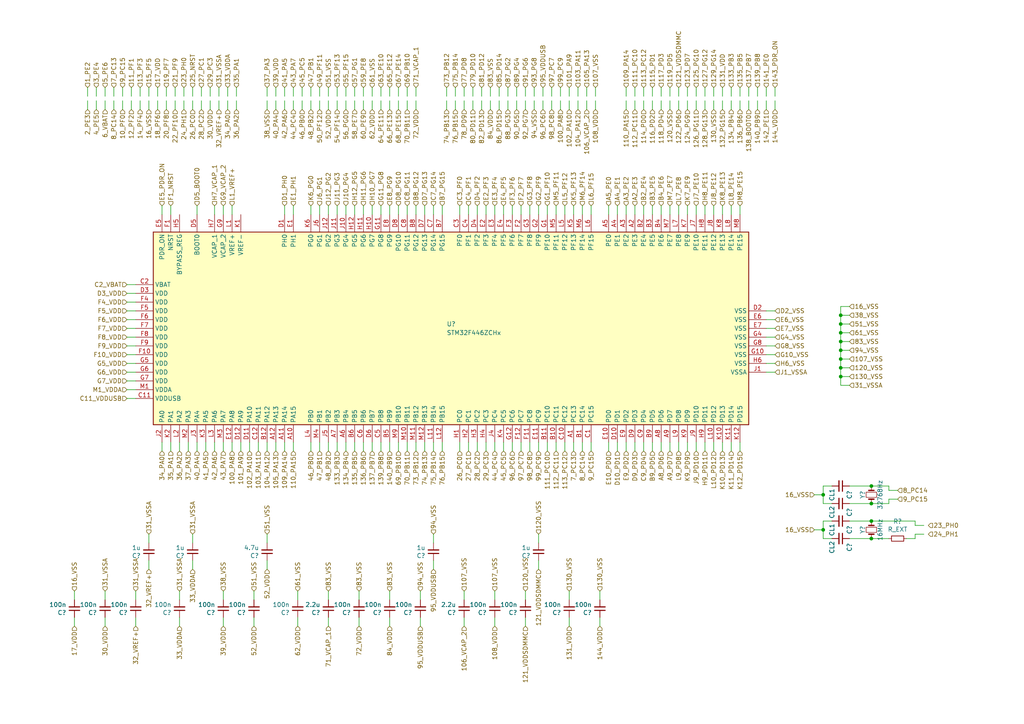
<source format=kicad_sch>
(kicad_sch (version 20210621) (generator eeschema)
  (paper "A4")
  (junction (at 238.76 143.51) (diameter 0.9144))
  (junction (at 238.76 153.67) (diameter 0.9144))
  (junction (at 243.84 91.44) (diameter 0.9144))
  (junction (at 243.84 93.98) (diameter 0.9144))
  (junction (at 243.84 96.52) (diameter 0.9144))
  (junction (at 243.84 99.06) (diameter 0.9144))
  (junction (at 243.84 101.6) (diameter 0.9144))
  (junction (at 243.84 104.14) (diameter 0.9144))
  (junction (at 243.84 106.68) (diameter 0.9144))
  (junction (at 243.84 109.22) (diameter 0.9144))
  (junction (at 252.73 140.97) (diameter 0.9144))
  (junction (at 252.73 146.05) (diameter 0.9144))
  (junction (at 252.73 151.13) (diameter 0.9144))
  (junction (at 252.73 156.21) (diameter 0.9144))
  (wire (pts (xy 21.59 173.99) (xy 21.59 171.45)))
  (wire (pts (xy 21.59 181.61) (xy 21.59 179.07)))
  (wire (pts (xy 25.4 25.4) (xy 25.4 27.94)))
  (wire (pts (xy 25.4 31.75) (xy 25.4 29.21)))
  (wire (pts (xy 27.94 25.4) (xy 27.94 27.94)))
  (wire (pts (xy 27.94 31.75) (xy 27.94 29.21)))
  (wire (pts (xy 30.48 25.4) (xy 30.48 27.94)))
  (wire (pts (xy 30.48 31.75) (xy 30.48 29.21)))
  (wire (pts (xy 30.48 173.99) (xy 30.48 171.45)))
  (wire (pts (xy 30.48 181.61) (xy 30.48 179.07)))
  (wire (pts (xy 33.02 25.4) (xy 33.02 27.94)))
  (wire (pts (xy 33.02 31.75) (xy 33.02 29.21)))
  (wire (pts (xy 35.56 25.4) (xy 35.56 27.94)))
  (wire (pts (xy 35.56 31.75) (xy 35.56 29.21)))
  (wire (pts (xy 36.83 82.55) (xy 39.37 82.55)))
  (wire (pts (xy 36.83 85.09) (xy 39.37 85.09)))
  (wire (pts (xy 36.83 87.63) (xy 39.37 87.63)))
  (wire (pts (xy 36.83 90.17) (xy 39.37 90.17)))
  (wire (pts (xy 36.83 92.71) (xy 39.37 92.71)))
  (wire (pts (xy 36.83 95.25) (xy 39.37 95.25)))
  (wire (pts (xy 36.83 97.79) (xy 39.37 97.79)))
  (wire (pts (xy 36.83 100.33) (xy 39.37 100.33)))
  (wire (pts (xy 36.83 102.87) (xy 39.37 102.87)))
  (wire (pts (xy 36.83 105.41) (xy 39.37 105.41)))
  (wire (pts (xy 36.83 107.95) (xy 39.37 107.95)))
  (wire (pts (xy 36.83 110.49) (xy 39.37 110.49)))
  (wire (pts (xy 36.83 113.03) (xy 39.37 113.03)))
  (wire (pts (xy 36.83 115.57) (xy 39.37 115.57)))
  (wire (pts (xy 38.1 25.4) (xy 38.1 27.94)))
  (wire (pts (xy 38.1 31.75) (xy 38.1 29.21)))
  (wire (pts (xy 39.37 173.99) (xy 39.37 171.45)))
  (wire (pts (xy 39.37 181.61) (xy 39.37 179.07)))
  (wire (pts (xy 40.64 25.4) (xy 40.64 27.94)))
  (wire (pts (xy 40.64 31.75) (xy 40.64 29.21)))
  (wire (pts (xy 43.18 25.4) (xy 43.18 27.94)))
  (wire (pts (xy 43.18 31.75) (xy 43.18 29.21)))
  (wire (pts (xy 43.18 157.48) (xy 43.18 154.94)))
  (wire (pts (xy 43.18 165.1) (xy 43.18 162.56)))
  (wire (pts (xy 45.72 25.4) (xy 45.72 27.94)))
  (wire (pts (xy 45.72 31.75) (xy 45.72 29.21)))
  (wire (pts (xy 46.99 59.69) (xy 46.99 62.23)))
  (wire (pts (xy 46.99 130.81) (xy 46.99 128.27)))
  (wire (pts (xy 48.26 25.4) (xy 48.26 27.94)))
  (wire (pts (xy 48.26 31.75) (xy 48.26 29.21)))
  (wire (pts (xy 49.53 59.69) (xy 49.53 62.23)))
  (wire (pts (xy 49.53 130.81) (xy 49.53 128.27)))
  (wire (pts (xy 50.8 25.4) (xy 50.8 27.94)))
  (wire (pts (xy 50.8 31.75) (xy 50.8 29.21)))
  (wire (pts (xy 52.07 130.81) (xy 52.07 128.27)))
  (wire (pts (xy 52.07 173.99) (xy 52.07 171.45)))
  (wire (pts (xy 52.07 181.61) (xy 52.07 179.07)))
  (wire (pts (xy 53.34 25.4) (xy 53.34 27.94)))
  (wire (pts (xy 53.34 31.75) (xy 53.34 29.21)))
  (wire (pts (xy 54.61 130.81) (xy 54.61 128.27)))
  (wire (pts (xy 55.88 25.4) (xy 55.88 27.94)))
  (wire (pts (xy 55.88 31.75) (xy 55.88 29.21)))
  (wire (pts (xy 55.88 157.48) (xy 55.88 154.94)))
  (wire (pts (xy 55.88 165.1) (xy 55.88 162.56)))
  (wire (pts (xy 57.15 59.69) (xy 57.15 62.23)))
  (wire (pts (xy 57.15 130.81) (xy 57.15 128.27)))
  (wire (pts (xy 58.42 25.4) (xy 58.42 27.94)))
  (wire (pts (xy 58.42 31.75) (xy 58.42 29.21)))
  (wire (pts (xy 59.69 130.81) (xy 59.69 128.27)))
  (wire (pts (xy 60.96 25.4) (xy 60.96 27.94)))
  (wire (pts (xy 60.96 31.75) (xy 60.96 29.21)))
  (wire (pts (xy 62.23 59.69) (xy 62.23 62.23)))
  (wire (pts (xy 62.23 130.81) (xy 62.23 128.27)))
  (wire (pts (xy 63.5 25.4) (xy 63.5 27.94)))
  (wire (pts (xy 63.5 31.75) (xy 63.5 29.21)))
  (wire (pts (xy 64.77 59.69) (xy 64.77 62.23)))
  (wire (pts (xy 64.77 130.81) (xy 64.77 128.27)))
  (wire (pts (xy 64.77 173.99) (xy 64.77 171.45)))
  (wire (pts (xy 64.77 181.61) (xy 64.77 179.07)))
  (wire (pts (xy 66.04 25.4) (xy 66.04 27.94)))
  (wire (pts (xy 66.04 31.75) (xy 66.04 29.21)))
  (wire (pts (xy 67.31 59.69) (xy 67.31 62.23)))
  (wire (pts (xy 67.31 130.81) (xy 67.31 128.27)))
  (wire (pts (xy 68.58 25.4) (xy 68.58 27.94)))
  (wire (pts (xy 68.58 31.75) (xy 68.58 29.21)))
  (wire (pts (xy 69.85 130.81) (xy 69.85 128.27)))
  (wire (pts (xy 72.39 130.81) (xy 72.39 128.27)))
  (wire (pts (xy 73.66 173.99) (xy 73.66 171.45)))
  (wire (pts (xy 73.66 181.61) (xy 73.66 179.07)))
  (wire (pts (xy 74.93 130.81) (xy 74.93 128.27)))
  (wire (pts (xy 77.47 25.4) (xy 77.47 27.94)))
  (wire (pts (xy 77.47 31.75) (xy 77.47 29.21)))
  (wire (pts (xy 77.47 130.81) (xy 77.47 128.27)))
  (wire (pts (xy 77.47 157.48) (xy 77.47 154.94)))
  (wire (pts (xy 77.47 165.1) (xy 77.47 162.56)))
  (wire (pts (xy 80.01 25.4) (xy 80.01 27.94)))
  (wire (pts (xy 80.01 31.75) (xy 80.01 29.21)))
  (wire (pts (xy 80.01 130.81) (xy 80.01 128.27)))
  (wire (pts (xy 82.55 25.4) (xy 82.55 27.94)))
  (wire (pts (xy 82.55 31.75) (xy 82.55 29.21)))
  (wire (pts (xy 82.55 59.69) (xy 82.55 62.23)))
  (wire (pts (xy 82.55 130.81) (xy 82.55 128.27)))
  (wire (pts (xy 85.09 25.4) (xy 85.09 27.94)))
  (wire (pts (xy 85.09 31.75) (xy 85.09 29.21)))
  (wire (pts (xy 85.09 59.69) (xy 85.09 62.23)))
  (wire (pts (xy 85.09 130.81) (xy 85.09 128.27)))
  (wire (pts (xy 86.36 173.99) (xy 86.36 171.45)))
  (wire (pts (xy 86.36 181.61) (xy 86.36 179.07)))
  (wire (pts (xy 87.63 25.4) (xy 87.63 27.94)))
  (wire (pts (xy 87.63 31.75) (xy 87.63 29.21)))
  (wire (pts (xy 90.17 25.4) (xy 90.17 27.94)))
  (wire (pts (xy 90.17 31.75) (xy 90.17 29.21)))
  (wire (pts (xy 90.17 59.69) (xy 90.17 62.23)))
  (wire (pts (xy 90.17 130.81) (xy 90.17 128.27)))
  (wire (pts (xy 92.71 25.4) (xy 92.71 27.94)))
  (wire (pts (xy 92.71 31.75) (xy 92.71 29.21)))
  (wire (pts (xy 92.71 59.69) (xy 92.71 62.23)))
  (wire (pts (xy 92.71 130.81) (xy 92.71 128.27)))
  (wire (pts (xy 95.25 25.4) (xy 95.25 27.94)))
  (wire (pts (xy 95.25 31.75) (xy 95.25 29.21)))
  (wire (pts (xy 95.25 59.69) (xy 95.25 62.23)))
  (wire (pts (xy 95.25 130.81) (xy 95.25 128.27)))
  (wire (pts (xy 95.25 173.99) (xy 95.25 171.45)))
  (wire (pts (xy 95.25 181.61) (xy 95.25 179.07)))
  (wire (pts (xy 97.79 25.4) (xy 97.79 27.94)))
  (wire (pts (xy 97.79 31.75) (xy 97.79 29.21)))
  (wire (pts (xy 97.79 59.69) (xy 97.79 62.23)))
  (wire (pts (xy 97.79 130.81) (xy 97.79 128.27)))
  (wire (pts (xy 100.33 25.4) (xy 100.33 27.94)))
  (wire (pts (xy 100.33 31.75) (xy 100.33 29.21)))
  (wire (pts (xy 100.33 59.69) (xy 100.33 62.23)))
  (wire (pts (xy 100.33 130.81) (xy 100.33 128.27)))
  (wire (pts (xy 102.87 25.4) (xy 102.87 27.94)))
  (wire (pts (xy 102.87 31.75) (xy 102.87 29.21)))
  (wire (pts (xy 102.87 59.69) (xy 102.87 62.23)))
  (wire (pts (xy 102.87 130.81) (xy 102.87 128.27)))
  (wire (pts (xy 104.14 173.99) (xy 104.14 171.45)))
  (wire (pts (xy 104.14 181.61) (xy 104.14 179.07)))
  (wire (pts (xy 105.41 25.4) (xy 105.41 27.94)))
  (wire (pts (xy 105.41 31.75) (xy 105.41 29.21)))
  (wire (pts (xy 105.41 59.69) (xy 105.41 62.23)))
  (wire (pts (xy 105.41 130.81) (xy 105.41 128.27)))
  (wire (pts (xy 107.95 25.4) (xy 107.95 27.94)))
  (wire (pts (xy 107.95 31.75) (xy 107.95 29.21)))
  (wire (pts (xy 107.95 59.69) (xy 107.95 62.23)))
  (wire (pts (xy 107.95 130.81) (xy 107.95 128.27)))
  (wire (pts (xy 110.49 25.4) (xy 110.49 27.94)))
  (wire (pts (xy 110.49 31.75) (xy 110.49 29.21)))
  (wire (pts (xy 110.49 59.69) (xy 110.49 62.23)))
  (wire (pts (xy 110.49 130.81) (xy 110.49 128.27)))
  (wire (pts (xy 113.03 25.4) (xy 113.03 27.94)))
  (wire (pts (xy 113.03 31.75) (xy 113.03 29.21)))
  (wire (pts (xy 113.03 59.69) (xy 113.03 62.23)))
  (wire (pts (xy 113.03 130.81) (xy 113.03 128.27)))
  (wire (pts (xy 113.03 173.99) (xy 113.03 171.45)))
  (wire (pts (xy 113.03 181.61) (xy 113.03 179.07)))
  (wire (pts (xy 115.57 25.4) (xy 115.57 27.94)))
  (wire (pts (xy 115.57 31.75) (xy 115.57 29.21)))
  (wire (pts (xy 115.57 59.69) (xy 115.57 62.23)))
  (wire (pts (xy 115.57 130.81) (xy 115.57 128.27)))
  (wire (pts (xy 118.11 25.4) (xy 118.11 27.94)))
  (wire (pts (xy 118.11 31.75) (xy 118.11 29.21)))
  (wire (pts (xy 118.11 59.69) (xy 118.11 62.23)))
  (wire (pts (xy 118.11 130.81) (xy 118.11 128.27)))
  (wire (pts (xy 120.65 25.4) (xy 120.65 27.94)))
  (wire (pts (xy 120.65 31.75) (xy 120.65 29.21)))
  (wire (pts (xy 120.65 59.69) (xy 120.65 62.23)))
  (wire (pts (xy 120.65 130.81) (xy 120.65 128.27)))
  (wire (pts (xy 121.92 173.99) (xy 121.92 171.45)))
  (wire (pts (xy 121.92 181.61) (xy 121.92 179.07)))
  (wire (pts (xy 123.19 59.69) (xy 123.19 62.23)))
  (wire (pts (xy 123.19 130.81) (xy 123.19 128.27)))
  (wire (pts (xy 125.73 59.69) (xy 125.73 62.23)))
  (wire (pts (xy 125.73 130.81) (xy 125.73 128.27)))
  (wire (pts (xy 125.73 157.48) (xy 125.73 154.94)))
  (wire (pts (xy 125.73 165.1) (xy 125.73 162.56)))
  (wire (pts (xy 128.27 59.69) (xy 128.27 62.23)))
  (wire (pts (xy 128.27 130.81) (xy 128.27 128.27)))
  (wire (pts (xy 129.54 25.4) (xy 129.54 27.94)))
  (wire (pts (xy 129.54 31.75) (xy 129.54 29.21)))
  (wire (pts (xy 132.08 25.4) (xy 132.08 27.94)))
  (wire (pts (xy 132.08 31.75) (xy 132.08 29.21)))
  (wire (pts (xy 133.35 59.69) (xy 133.35 62.23)))
  (wire (pts (xy 133.35 130.81) (xy 133.35 128.27)))
  (wire (pts (xy 134.62 25.4) (xy 134.62 27.94)))
  (wire (pts (xy 134.62 31.75) (xy 134.62 29.21)))
  (wire (pts (xy 134.62 173.99) (xy 134.62 171.45)))
  (wire (pts (xy 134.62 181.61) (xy 134.62 179.07)))
  (wire (pts (xy 135.89 59.69) (xy 135.89 62.23)))
  (wire (pts (xy 135.89 130.81) (xy 135.89 128.27)))
  (wire (pts (xy 137.16 25.4) (xy 137.16 27.94)))
  (wire (pts (xy 137.16 31.75) (xy 137.16 29.21)))
  (wire (pts (xy 138.43 59.69) (xy 138.43 62.23)))
  (wire (pts (xy 138.43 130.81) (xy 138.43 128.27)))
  (wire (pts (xy 139.7 25.4) (xy 139.7 27.94)))
  (wire (pts (xy 139.7 31.75) (xy 139.7 29.21)))
  (wire (pts (xy 140.97 59.69) (xy 140.97 62.23)))
  (wire (pts (xy 140.97 130.81) (xy 140.97 128.27)))
  (wire (pts (xy 142.24 25.4) (xy 142.24 27.94)))
  (wire (pts (xy 142.24 31.75) (xy 142.24 29.21)))
  (wire (pts (xy 143.51 59.69) (xy 143.51 62.23)))
  (wire (pts (xy 143.51 130.81) (xy 143.51 128.27)))
  (wire (pts (xy 143.51 173.99) (xy 143.51 171.45)))
  (wire (pts (xy 143.51 181.61) (xy 143.51 179.07)))
  (wire (pts (xy 144.78 25.4) (xy 144.78 27.94)))
  (wire (pts (xy 144.78 31.75) (xy 144.78 29.21)))
  (wire (pts (xy 146.05 59.69) (xy 146.05 62.23)))
  (wire (pts (xy 146.05 130.81) (xy 146.05 128.27)))
  (wire (pts (xy 147.32 25.4) (xy 147.32 27.94)))
  (wire (pts (xy 147.32 31.75) (xy 147.32 29.21)))
  (wire (pts (xy 148.59 59.69) (xy 148.59 62.23)))
  (wire (pts (xy 148.59 130.81) (xy 148.59 128.27)))
  (wire (pts (xy 149.86 25.4) (xy 149.86 27.94)))
  (wire (pts (xy 149.86 31.75) (xy 149.86 29.21)))
  (wire (pts (xy 151.13 59.69) (xy 151.13 62.23)))
  (wire (pts (xy 151.13 130.81) (xy 151.13 128.27)))
  (wire (pts (xy 152.4 25.4) (xy 152.4 27.94)))
  (wire (pts (xy 152.4 31.75) (xy 152.4 29.21)))
  (wire (pts (xy 152.4 173.99) (xy 152.4 171.45)))
  (wire (pts (xy 152.4 181.61) (xy 152.4 179.07)))
  (wire (pts (xy 153.67 59.69) (xy 153.67 62.23)))
  (wire (pts (xy 153.67 130.81) (xy 153.67 128.27)))
  (wire (pts (xy 154.94 25.4) (xy 154.94 27.94)))
  (wire (pts (xy 154.94 29.21) (xy 154.94 31.75)))
  (wire (pts (xy 156.21 59.69) (xy 156.21 62.23)))
  (wire (pts (xy 156.21 130.81) (xy 156.21 128.27)))
  (wire (pts (xy 156.21 157.48) (xy 156.21 154.94)))
  (wire (pts (xy 156.21 165.1) (xy 156.21 162.56)))
  (wire (pts (xy 157.48 25.4) (xy 157.48 27.94)))
  (wire (pts (xy 157.48 31.75) (xy 157.48 29.21)))
  (wire (pts (xy 158.75 59.69) (xy 158.75 62.23)))
  (wire (pts (xy 158.75 130.81) (xy 158.75 128.27)))
  (wire (pts (xy 160.02 25.4) (xy 160.02 27.94)))
  (wire (pts (xy 160.02 31.75) (xy 160.02 29.21)))
  (wire (pts (xy 161.29 59.69) (xy 161.29 62.23)))
  (wire (pts (xy 161.29 130.81) (xy 161.29 128.27)))
  (wire (pts (xy 162.56 25.4) (xy 162.56 27.94)))
  (wire (pts (xy 162.56 31.75) (xy 162.56 29.21)))
  (wire (pts (xy 163.83 59.69) (xy 163.83 62.23)))
  (wire (pts (xy 163.83 130.81) (xy 163.83 128.27)))
  (wire (pts (xy 165.1 25.4) (xy 165.1 27.94)))
  (wire (pts (xy 165.1 31.75) (xy 165.1 29.21)))
  (wire (pts (xy 165.1 173.99) (xy 165.1 171.45)))
  (wire (pts (xy 165.1 181.61) (xy 165.1 179.07)))
  (wire (pts (xy 166.37 59.69) (xy 166.37 62.23)))
  (wire (pts (xy 166.37 130.81) (xy 166.37 128.27)))
  (wire (pts (xy 167.64 25.4) (xy 167.64 27.94)))
  (wire (pts (xy 167.64 31.75) (xy 167.64 29.21)))
  (wire (pts (xy 168.91 59.69) (xy 168.91 62.23)))
  (wire (pts (xy 168.91 130.81) (xy 168.91 128.27)))
  (wire (pts (xy 170.18 25.4) (xy 170.18 27.94)))
  (wire (pts (xy 170.18 31.75) (xy 170.18 29.21)))
  (wire (pts (xy 171.45 59.69) (xy 171.45 62.23)))
  (wire (pts (xy 171.45 130.81) (xy 171.45 128.27)))
  (wire (pts (xy 172.72 25.4) (xy 172.72 27.94)))
  (wire (pts (xy 172.72 31.75) (xy 172.72 29.21)))
  (wire (pts (xy 173.99 173.99) (xy 173.99 171.45)))
  (wire (pts (xy 173.99 181.61) (xy 173.99 179.07)))
  (wire (pts (xy 176.53 59.69) (xy 176.53 62.23)))
  (wire (pts (xy 176.53 130.81) (xy 176.53 128.27)))
  (wire (pts (xy 179.07 59.69) (xy 179.07 62.23)))
  (wire (pts (xy 179.07 130.81) (xy 179.07 128.27)))
  (wire (pts (xy 181.61 25.4) (xy 181.61 27.94)))
  (wire (pts (xy 181.61 31.75) (xy 181.61 29.21)))
  (wire (pts (xy 181.61 59.69) (xy 181.61 62.23)))
  (wire (pts (xy 181.61 130.81) (xy 181.61 128.27)))
  (wire (pts (xy 184.15 25.4) (xy 184.15 27.94)))
  (wire (pts (xy 184.15 31.75) (xy 184.15 29.21)))
  (wire (pts (xy 184.15 59.69) (xy 184.15 62.23)))
  (wire (pts (xy 184.15 130.81) (xy 184.15 128.27)))
  (wire (pts (xy 186.69 25.4) (xy 186.69 27.94)))
  (wire (pts (xy 186.69 31.75) (xy 186.69 29.21)))
  (wire (pts (xy 186.69 59.69) (xy 186.69 62.23)))
  (wire (pts (xy 186.69 130.81) (xy 186.69 128.27)))
  (wire (pts (xy 189.23 25.4) (xy 189.23 27.94)))
  (wire (pts (xy 189.23 31.75) (xy 189.23 29.21)))
  (wire (pts (xy 189.23 59.69) (xy 189.23 62.23)))
  (wire (pts (xy 189.23 130.81) (xy 189.23 128.27)))
  (wire (pts (xy 191.77 25.4) (xy 191.77 27.94)))
  (wire (pts (xy 191.77 31.75) (xy 191.77 29.21)))
  (wire (pts (xy 191.77 59.69) (xy 191.77 62.23)))
  (wire (pts (xy 191.77 130.81) (xy 191.77 128.27)))
  (wire (pts (xy 194.31 25.4) (xy 194.31 27.94)))
  (wire (pts (xy 194.31 29.21) (xy 194.31 31.75)))
  (wire (pts (xy 194.31 59.69) (xy 194.31 62.23)))
  (wire (pts (xy 194.31 130.81) (xy 194.31 128.27)))
  (wire (pts (xy 196.85 25.4) (xy 196.85 27.94)))
  (wire (pts (xy 196.85 31.75) (xy 196.85 29.21)))
  (wire (pts (xy 196.85 59.69) (xy 196.85 62.23)))
  (wire (pts (xy 196.85 130.81) (xy 196.85 128.27)))
  (wire (pts (xy 199.39 25.4) (xy 199.39 27.94)))
  (wire (pts (xy 199.39 31.75) (xy 199.39 29.21)))
  (wire (pts (xy 199.39 59.69) (xy 199.39 62.23)))
  (wire (pts (xy 199.39 130.81) (xy 199.39 128.27)))
  (wire (pts (xy 201.93 25.4) (xy 201.93 27.94)))
  (wire (pts (xy 201.93 31.75) (xy 201.93 29.21)))
  (wire (pts (xy 201.93 59.69) (xy 201.93 62.23)))
  (wire (pts (xy 201.93 130.81) (xy 201.93 128.27)))
  (wire (pts (xy 204.47 25.4) (xy 204.47 27.94)))
  (wire (pts (xy 204.47 31.75) (xy 204.47 29.21)))
  (wire (pts (xy 204.47 59.69) (xy 204.47 62.23)))
  (wire (pts (xy 204.47 130.81) (xy 204.47 128.27)))
  (wire (pts (xy 207.01 25.4) (xy 207.01 27.94)))
  (wire (pts (xy 207.01 29.21) (xy 207.01 31.75)))
  (wire (pts (xy 207.01 59.69) (xy 207.01 62.23)))
  (wire (pts (xy 207.01 130.81) (xy 207.01 128.27)))
  (wire (pts (xy 209.55 25.4) (xy 209.55 27.94)))
  (wire (pts (xy 209.55 31.75) (xy 209.55 29.21)))
  (wire (pts (xy 209.55 59.69) (xy 209.55 62.23)))
  (wire (pts (xy 209.55 130.81) (xy 209.55 128.27)))
  (wire (pts (xy 212.09 25.4) (xy 212.09 27.94)))
  (wire (pts (xy 212.09 31.75) (xy 212.09 29.21)))
  (wire (pts (xy 212.09 59.69) (xy 212.09 62.23)))
  (wire (pts (xy 212.09 130.81) (xy 212.09 128.27)))
  (wire (pts (xy 214.63 25.4) (xy 214.63 27.94)))
  (wire (pts (xy 214.63 31.75) (xy 214.63 29.21)))
  (wire (pts (xy 214.63 59.69) (xy 214.63 62.23)))
  (wire (pts (xy 214.63 130.81) (xy 214.63 128.27)))
  (wire (pts (xy 217.17 25.4) (xy 217.17 27.94)))
  (wire (pts (xy 217.17 31.75) (xy 217.17 29.21)))
  (wire (pts (xy 219.71 25.4) (xy 219.71 27.94)))
  (wire (pts (xy 219.71 31.75) (xy 219.71 29.21)))
  (wire (pts (xy 222.25 25.4) (xy 222.25 27.94)))
  (wire (pts (xy 222.25 31.75) (xy 222.25 29.21)))
  (wire (pts (xy 222.25 90.17) (xy 224.79 90.17)))
  (wire (pts (xy 222.25 92.71) (xy 224.79 92.71)))
  (wire (pts (xy 222.25 95.25) (xy 224.79 95.25)))
  (wire (pts (xy 222.25 97.79) (xy 224.79 97.79)))
  (wire (pts (xy 222.25 100.33) (xy 224.79 100.33)))
  (wire (pts (xy 222.25 102.87) (xy 224.79 102.87)))
  (wire (pts (xy 222.25 105.41) (xy 224.79 105.41)))
  (wire (pts (xy 222.25 107.95) (xy 224.79 107.95)))
  (wire (pts (xy 224.79 25.4) (xy 224.79 27.94)))
  (wire (pts (xy 224.79 31.75) (xy 224.79 29.21)))
  (wire (pts (xy 238.76 140.97) (xy 238.76 143.51)))
  (wire (pts (xy 238.76 143.51) (xy 236.22 143.51)))
  (wire (pts (xy 238.76 143.51) (xy 238.76 146.05)))
  (wire (pts (xy 238.76 146.05) (xy 241.3 146.05)))
  (wire (pts (xy 238.76 151.13) (xy 241.3 151.13)))
  (wire (pts (xy 238.76 153.67) (xy 236.22 153.67)))
  (wire (pts (xy 238.76 153.67) (xy 238.76 151.13)))
  (wire (pts (xy 238.76 156.21) (xy 238.76 153.67)))
  (wire (pts (xy 241.3 140.97) (xy 238.76 140.97)))
  (wire (pts (xy 241.3 156.21) (xy 238.76 156.21)))
  (wire (pts (xy 243.84 88.9) (xy 243.84 91.44)))
  (wire (pts (xy 243.84 88.9) (xy 246.38 88.9)))
  (wire (pts (xy 243.84 91.44) (xy 243.84 93.98)))
  (wire (pts (xy 243.84 91.44) (xy 246.38 91.44)))
  (wire (pts (xy 243.84 93.98) (xy 243.84 96.52)))
  (wire (pts (xy 243.84 93.98) (xy 246.38 93.98)))
  (wire (pts (xy 243.84 96.52) (xy 243.84 99.06)))
  (wire (pts (xy 243.84 96.52) (xy 246.38 96.52)))
  (wire (pts (xy 243.84 99.06) (xy 243.84 101.6)))
  (wire (pts (xy 243.84 99.06) (xy 246.38 99.06)))
  (wire (pts (xy 243.84 101.6) (xy 243.84 104.14)))
  (wire (pts (xy 243.84 101.6) (xy 246.38 101.6)))
  (wire (pts (xy 243.84 104.14) (xy 243.84 106.68)))
  (wire (pts (xy 243.84 104.14) (xy 246.38 104.14)))
  (wire (pts (xy 243.84 106.68) (xy 243.84 109.22)))
  (wire (pts (xy 243.84 106.68) (xy 246.38 106.68)))
  (wire (pts (xy 243.84 109.22) (xy 243.84 111.76)))
  (wire (pts (xy 243.84 109.22) (xy 246.38 109.22)))
  (wire (pts (xy 243.84 111.76) (xy 246.38 111.76)))
  (wire (pts (xy 246.38 140.97) (xy 252.73 140.97)))
  (wire (pts (xy 246.38 146.05) (xy 252.73 146.05)))
  (wire (pts (xy 246.38 151.13) (xy 252.73 151.13)))
  (wire (pts (xy 246.38 156.21) (xy 252.73 156.21)))
  (wire (pts (xy 252.73 140.97) (xy 257.81 140.97)))
  (wire (pts (xy 252.73 146.05) (xy 257.81 146.05)))
  (wire (pts (xy 252.73 151.13) (xy 265.43 151.13)))
  (wire (pts (xy 252.73 156.21) (xy 257.81 156.21)))
  (wire (pts (xy 257.81 142.24) (xy 257.81 140.97)))
  (wire (pts (xy 257.81 146.05) (xy 257.81 144.78)))
  (wire (pts (xy 260.35 142.24) (xy 257.81 142.24)))
  (wire (pts (xy 260.35 144.78) (xy 257.81 144.78)))
  (wire (pts (xy 265.43 151.13) (xy 265.43 152.4)))
  (wire (pts (xy 265.43 154.94) (xy 265.43 156.21)))
  (wire (pts (xy 265.43 156.21) (xy 262.89 156.21)))
  (wire (pts (xy 267.97 152.4) (xy 265.43 152.4)))
  (wire (pts (xy 267.97 154.94) (xy 265.43 154.94)))
  (hierarchical_label "16_VSS" (shape input) (at 21.59 171.45 90))
  (hierarchical_label "17_VDD" (shape input) (at 21.59 181.61 270))
  (hierarchical_label "1_PE2" (shape input) (at 25.4 25.4 90))
  (hierarchical_label "2_PE3" (shape input) (at 25.4 31.75 270))
  (hierarchical_label "3_PE4" (shape input) (at 27.94 25.4 90))
  (hierarchical_label "4_PE5" (shape input) (at 27.94 31.75 270))
  (hierarchical_label "5_PE6" (shape input) (at 30.48 25.4 90))
  (hierarchical_label "6_VBAT" (shape input) (at 30.48 31.75 270))
  (hierarchical_label "31_VSSA" (shape input) (at 30.48 171.45 90))
  (hierarchical_label "30_VDD" (shape input) (at 30.48 181.61 270))
  (hierarchical_label "7_PC13" (shape input) (at 33.02 25.4 90))
  (hierarchical_label "8_PC14" (shape input) (at 33.02 31.75 270))
  (hierarchical_label "9_PC15" (shape input) (at 35.56 25.4 90))
  (hierarchical_label "10_PF0" (shape input) (at 35.56 31.75 270))
  (hierarchical_label "C2_VBAT" (shape input) (at 36.83 82.55 180))
  (hierarchical_label "D3_VDD" (shape input) (at 36.83 85.09 180))
  (hierarchical_label "F4_VDD" (shape input) (at 36.83 87.63 180))
  (hierarchical_label "F5_VDD" (shape input) (at 36.83 90.17 180))
  (hierarchical_label "F6_VDD" (shape input) (at 36.83 92.71 180))
  (hierarchical_label "F7_VDD" (shape input) (at 36.83 95.25 180))
  (hierarchical_label "F8_VDD" (shape input) (at 36.83 97.79 180))
  (hierarchical_label "F9_VDD" (shape input) (at 36.83 100.33 180))
  (hierarchical_label "F10_VDD" (shape input) (at 36.83 102.87 180))
  (hierarchical_label "G5_VDD" (shape input) (at 36.83 105.41 180))
  (hierarchical_label "G6_VDD" (shape input) (at 36.83 107.95 180))
  (hierarchical_label "G7_VDD" (shape input) (at 36.83 110.49 180))
  (hierarchical_label "M1_VDDA" (shape input) (at 36.83 113.03 180))
  (hierarchical_label "C11_VDDUSB" (shape input) (at 36.83 115.57 180))
  (hierarchical_label "11_PF1" (shape input) (at 38.1 25.4 90))
  (hierarchical_label "12_PF2" (shape input) (at 38.1 31.75 270))
  (hierarchical_label "31_VSSA" (shape input) (at 39.37 171.45 90))
  (hierarchical_label "32_VREF+" (shape input) (at 39.37 181.61 270))
  (hierarchical_label "13_PF3" (shape input) (at 40.64 25.4 90))
  (hierarchical_label "14_PF4" (shape input) (at 40.64 31.75 270))
  (hierarchical_label "15_PF5" (shape input) (at 43.18 25.4 90))
  (hierarchical_label "16_VSS" (shape input) (at 43.18 31.75 270))
  (hierarchical_label "31_VSSA" (shape input) (at 43.18 154.94 90))
  (hierarchical_label "32_VREF+" (shape input) (at 43.18 165.1 270))
  (hierarchical_label "17_VDD" (shape input) (at 45.72 25.4 90))
  (hierarchical_label "18_PF6" (shape input) (at 45.72 31.75 270))
  (hierarchical_label "E5_PDR_ON" (shape input) (at 46.99 59.69 90))
  (hierarchical_label "34_PA0" (shape input) (at 46.99 130.81 270))
  (hierarchical_label "19_PF7" (shape input) (at 48.26 25.4 90))
  (hierarchical_label "20_PF8" (shape input) (at 48.26 31.75 270))
  (hierarchical_label "F1_NRST" (shape input) (at 49.53 59.69 90))
  (hierarchical_label "35_PA1" (shape input) (at 49.53 130.81 270))
  (hierarchical_label "21_PF9" (shape input) (at 50.8 25.4 90))
  (hierarchical_label "22_PF10" (shape input) (at 50.8 31.75 270))
  (hierarchical_label "36_PA2" (shape input) (at 52.07 130.81 270))
  (hierarchical_label "31_VSSA" (shape input) (at 52.07 171.45 90))
  (hierarchical_label "33_VDDA" (shape input) (at 52.07 181.61 270))
  (hierarchical_label "23_PH0" (shape input) (at 53.34 25.4 90))
  (hierarchical_label "24_PH1" (shape input) (at 53.34 31.75 270))
  (hierarchical_label "37_PA3" (shape input) (at 54.61 130.81 270))
  (hierarchical_label "25_NRST" (shape input) (at 55.88 25.4 90))
  (hierarchical_label "26_PC0" (shape input) (at 55.88 31.75 270))
  (hierarchical_label "31_VSSA" (shape input) (at 55.88 154.94 90))
  (hierarchical_label "33_VDDA" (shape input) (at 55.88 165.1 270))
  (hierarchical_label "D5_BOOT0" (shape input) (at 57.15 59.69 90))
  (hierarchical_label "40_PA4" (shape input) (at 57.15 130.81 270))
  (hierarchical_label "27_PC1" (shape input) (at 58.42 25.4 90))
  (hierarchical_label "28_PC2" (shape input) (at 58.42 31.75 270))
  (hierarchical_label "41_PA5" (shape input) (at 59.69 130.81 270))
  (hierarchical_label "29_PC3" (shape input) (at 60.96 25.4 90))
  (hierarchical_label "30_VDD" (shape input) (at 60.96 31.75 270))
  (hierarchical_label "H7_VCAP_1" (shape input) (at 62.23 59.69 90))
  (hierarchical_label "42_PA6" (shape input) (at 62.23 130.81 270))
  (hierarchical_label "31_VSSA" (shape input) (at 63.5 25.4 90))
  (hierarchical_label "32_VREF+" (shape input) (at 63.5 31.75 270))
  (hierarchical_label "G9_VCAP_2" (shape input) (at 64.77 59.69 90))
  (hierarchical_label "43_PA7" (shape input) (at 64.77 130.81 270))
  (hierarchical_label "38_VSS" (shape input) (at 64.77 171.45 90))
  (hierarchical_label "39_VDD" (shape input) (at 64.77 181.61 270))
  (hierarchical_label "33_VDDA" (shape input) (at 66.04 25.4 90))
  (hierarchical_label "34_PA0" (shape input) (at 66.04 31.75 270))
  (hierarchical_label "L1_VREF+" (shape input) (at 67.31 59.69 90))
  (hierarchical_label "100_PA8" (shape input) (at 67.31 130.81 270))
  (hierarchical_label "35_PA1" (shape input) (at 68.58 25.4 90))
  (hierarchical_label "36_PA2" (shape input) (at 68.58 31.75 270))
  (hierarchical_label "101_PA9" (shape input) (at 69.85 130.81 270))
  (hierarchical_label "102_PA10" (shape input) (at 72.39 130.81 270))
  (hierarchical_label "51_VSS" (shape input) (at 73.66 171.45 90))
  (hierarchical_label "52_VDD" (shape input) (at 73.66 181.61 270))
  (hierarchical_label "103_PA11" (shape input) (at 74.93 130.81 270))
  (hierarchical_label "37_PA3" (shape input) (at 77.47 25.4 90))
  (hierarchical_label "38_VSS" (shape input) (at 77.47 31.75 270))
  (hierarchical_label "104_PA12" (shape input) (at 77.47 130.81 270))
  (hierarchical_label "51_VSS" (shape input) (at 77.47 154.94 90))
  (hierarchical_label "52_VDD" (shape input) (at 77.47 165.1 270))
  (hierarchical_label "39_VDD" (shape input) (at 80.01 25.4 90))
  (hierarchical_label "40_PA4" (shape input) (at 80.01 31.75 270))
  (hierarchical_label "105_PA13" (shape input) (at 80.01 130.81 270))
  (hierarchical_label "41_PA5" (shape input) (at 82.55 25.4 90))
  (hierarchical_label "42_PA6" (shape input) (at 82.55 31.75 270))
  (hierarchical_label "D1_PH0" (shape input) (at 82.55 59.69 90))
  (hierarchical_label "109_PA14" (shape input) (at 82.55 130.81 270))
  (hierarchical_label "43_PA7" (shape input) (at 85.09 25.4 90))
  (hierarchical_label "44_PC4" (shape input) (at 85.09 31.75 270))
  (hierarchical_label "E1_PH1" (shape input) (at 85.09 59.69 90))
  (hierarchical_label "110_PA15" (shape input) (at 85.09 130.81 270))
  (hierarchical_label "61_VSS" (shape input) (at 86.36 171.45 90))
  (hierarchical_label "62_VDD" (shape input) (at 86.36 181.61 270))
  (hierarchical_label "45_PC5" (shape input) (at 87.63 25.4 90))
  (hierarchical_label "46_PB0" (shape input) (at 87.63 31.75 270))
  (hierarchical_label "47_PB1" (shape input) (at 90.17 25.4 90))
  (hierarchical_label "48_PB2" (shape input) (at 90.17 31.75 270))
  (hierarchical_label "K6_PG0" (shape input) (at 90.17 59.69 90))
  (hierarchical_label "46_PB0" (shape input) (at 90.17 130.81 270))
  (hierarchical_label "49_PF11" (shape input) (at 92.71 25.4 90))
  (hierarchical_label "50_PF12" (shape input) (at 92.71 31.75 270))
  (hierarchical_label "J6_PG1" (shape input) (at 92.71 59.69 90))
  (hierarchical_label "47_PB1" (shape input) (at 92.71 130.81 270))
  (hierarchical_label "51_VSS" (shape input) (at 95.25 25.4 90))
  (hierarchical_label "52_VDD" (shape input) (at 95.25 31.75 270))
  (hierarchical_label "J12_PG2" (shape input) (at 95.25 59.69 90))
  (hierarchical_label "48_PB2" (shape input) (at 95.25 130.81 270))
  (hierarchical_label "83_VSS" (shape input) (at 95.25 171.45 90))
  (hierarchical_label "71_VCAP_1" (shape input) (at 95.25 181.61 270))
  (hierarchical_label "53_PF13" (shape input) (at 97.79 25.4 90))
  (hierarchical_label "54_PF14" (shape input) (at 97.79 31.75 270))
  (hierarchical_label "J11_PG3" (shape input) (at 97.79 59.69 90))
  (hierarchical_label "133_PB3" (shape input) (at 97.79 130.81 270))
  (hierarchical_label "55_PF15" (shape input) (at 100.33 25.4 90))
  (hierarchical_label "56_PG0" (shape input) (at 100.33 31.75 270))
  (hierarchical_label "J10_PG4" (shape input) (at 100.33 59.69 90))
  (hierarchical_label "134_PB4" (shape input) (at 100.33 130.81 270))
  (hierarchical_label "57_PG1" (shape input) (at 102.87 25.4 90))
  (hierarchical_label "58_PE7" (shape input) (at 102.87 31.75 270))
  (hierarchical_label "H12_PG5" (shape input) (at 102.87 59.69 90))
  (hierarchical_label "135_PB5" (shape input) (at 102.87 130.81 270))
  (hierarchical_label "83_VSS" (shape input) (at 104.14 171.45 90))
  (hierarchical_label "72_VDD" (shape input) (at 104.14 181.61 270))
  (hierarchical_label "59_PE8" (shape input) (at 105.41 25.4 90))
  (hierarchical_label "60_PE9" (shape input) (at 105.41 31.75 270))
  (hierarchical_label "H11_PG6" (shape input) (at 105.41 59.69 90))
  (hierarchical_label "136_PB6" (shape input) (at 105.41 130.81 270))
  (hierarchical_label "61_VSS" (shape input) (at 107.95 25.4 90))
  (hierarchical_label "62_VDD" (shape input) (at 107.95 31.75 270))
  (hierarchical_label "H10_PG7" (shape input) (at 107.95 59.69 90))
  (hierarchical_label "137_PB7" (shape input) (at 107.95 130.81 270))
  (hierarchical_label "63_PE10" (shape input) (at 110.49 25.4 90))
  (hierarchical_label "64_PE11" (shape input) (at 110.49 31.75 270))
  (hierarchical_label "G11_PG8" (shape input) (at 110.49 59.69 90))
  (hierarchical_label "139_PB8" (shape input) (at 110.49 130.81 270))
  (hierarchical_label "65_PE12" (shape input) (at 113.03 25.4 90))
  (hierarchical_label "66_PE13" (shape input) (at 113.03 31.75 270))
  (hierarchical_label "E8_PG9" (shape input) (at 113.03 59.69 90))
  (hierarchical_label "140_PB9" (shape input) (at 113.03 130.81 270))
  (hierarchical_label "83_VSS" (shape input) (at 113.03 171.45 90))
  (hierarchical_label "84_VDD" (shape input) (at 113.03 181.61 270))
  (hierarchical_label "67_PE14" (shape input) (at 115.57 25.4 90))
  (hierarchical_label "68_PE15" (shape input) (at 115.57 31.75 270))
  (hierarchical_label "D8_PG10" (shape input) (at 115.57 59.69 90))
  (hierarchical_label "69_PB10" (shape input) (at 115.57 130.81 270))
  (hierarchical_label "69_PB10" (shape input) (at 118.11 25.4 90))
  (hierarchical_label "70_PB11" (shape input) (at 118.11 31.75 270))
  (hierarchical_label "C8_PG11" (shape input) (at 118.11 59.69 90))
  (hierarchical_label "70_PB11" (shape input) (at 118.11 130.81 270))
  (hierarchical_label "71_VCAP_1" (shape input) (at 120.65 25.4 90))
  (hierarchical_label "72_VDD" (shape input) (at 120.65 31.75 270))
  (hierarchical_label "B8_PG12" (shape input) (at 120.65 59.69 90))
  (hierarchical_label "73_PB12" (shape input) (at 120.65 130.81 270))
  (hierarchical_label "94_VSS" (shape input) (at 121.92 171.45 90))
  (hierarchical_label "95_VDDUSB" (shape input) (at 121.92 181.61 270))
  (hierarchical_label "D7_PG13" (shape input) (at 123.19 59.69 90))
  (hierarchical_label "74_PB13" (shape input) (at 123.19 130.81 270))
  (hierarchical_label "C7_PG14" (shape input) (at 125.73 59.69 90))
  (hierarchical_label "75_PB14" (shape input) (at 125.73 130.81 270))
  (hierarchical_label "94_VSS" (shape input) (at 125.73 154.94 90))
  (hierarchical_label "95_VDDUSB" (shape input) (at 125.73 165.1 270))
  (hierarchical_label "B7_PG15" (shape input) (at 128.27 59.69 90))
  (hierarchical_label "76_PB15" (shape input) (at 128.27 130.81 270))
  (hierarchical_label "73_PB12" (shape input) (at 129.54 25.4 90))
  (hierarchical_label "74_PB13" (shape input) (at 129.54 31.75 270))
  (hierarchical_label "75_PB14" (shape input) (at 132.08 25.4 90))
  (hierarchical_label "76_PB15" (shape input) (at 132.08 31.75 270))
  (hierarchical_label "C3_PF0" (shape input) (at 133.35 59.69 90))
  (hierarchical_label "26_PC0" (shape input) (at 133.35 130.81 270))
  (hierarchical_label "77_PD8" (shape input) (at 134.62 25.4 90))
  (hierarchical_label "78_PD9" (shape input) (at 134.62 31.75 270))
  (hierarchical_label "107_VSS" (shape input) (at 134.62 171.45 90))
  (hierarchical_label "106_VCAP_2" (shape input) (at 134.62 181.61 270))
  (hierarchical_label "C4_PF1" (shape input) (at 135.89 59.69 90))
  (hierarchical_label "27_PC1" (shape input) (at 135.89 130.81 270))
  (hierarchical_label "79_PD10" (shape input) (at 137.16 25.4 90))
  (hierarchical_label "80_PD11" (shape input) (at 137.16 31.75 270))
  (hierarchical_label "D4_PF2" (shape input) (at 138.43 59.69 90))
  (hierarchical_label "28_PC2" (shape input) (at 138.43 130.81 270))
  (hierarchical_label "81_PD12" (shape input) (at 139.7 25.4 90))
  (hierarchical_label "82_PD13" (shape input) (at 139.7 31.75 270))
  (hierarchical_label "E2_PF3" (shape input) (at 140.97 59.69 90))
  (hierarchical_label "29_PC3" (shape input) (at 140.97 130.81 270))
  (hierarchical_label "83_VSS" (shape input) (at 142.24 25.4 90))
  (hierarchical_label "84_VDD" (shape input) (at 142.24 31.75 270))
  (hierarchical_label "E3_PF4" (shape input) (at 143.51 59.69 90))
  (hierarchical_label "44_PC4" (shape input) (at 143.51 130.81 270))
  (hierarchical_label "107_VSS" (shape input) (at 143.51 171.45 90))
  (hierarchical_label "108_VDD" (shape input) (at 143.51 181.61 270))
  (hierarchical_label "85_PD14" (shape input) (at 144.78 25.4 90))
  (hierarchical_label "86_PD15" (shape input) (at 144.78 31.75 270))
  (hierarchical_label "E4_PF5" (shape input) (at 146.05 59.69 90))
  (hierarchical_label "45_PC5" (shape input) (at 146.05 130.81 270))
  (hierarchical_label "87_PG2" (shape input) (at 147.32 25.4 90))
  (hierarchical_label "88_PG3" (shape input) (at 147.32 31.75 270))
  (hierarchical_label "F3_PF6" (shape input) (at 148.59 59.69 90))
  (hierarchical_label "96_PC6" (shape input) (at 148.59 130.81 270))
  (hierarchical_label "89_PG4" (shape input) (at 149.86 25.4 90))
  (hierarchical_label "90_PG5" (shape input) (at 149.86 31.75 270))
  (hierarchical_label "F2_PF7" (shape input) (at 151.13 59.69 90))
  (hierarchical_label "97_PC7" (shape input) (at 151.13 130.81 270))
  (hierarchical_label "91_PG6" (shape input) (at 152.4 25.4 90))
  (hierarchical_label "92_PG7" (shape input) (at 152.4 31.75 270))
  (hierarchical_label "120_VSS" (shape input) (at 152.4 171.45 90))
  (hierarchical_label "121_VDDSDMMC" (shape input) (at 152.4 181.61 270))
  (hierarchical_label "G3_PF8" (shape input) (at 153.67 59.69 90))
  (hierarchical_label "98_PC8" (shape input) (at 153.67 130.81 270))
  (hierarchical_label "93_PG8" (shape input) (at 154.94 25.4 90))
  (hierarchical_label "94_VSS" (shape input) (at 154.94 31.75 270))
  (hierarchical_label "G2_PF9" (shape input) (at 156.21 59.69 90))
  (hierarchical_label "99_PC9" (shape input) (at 156.21 130.81 270))
  (hierarchical_label "120_VSS" (shape input) (at 156.21 154.94 90))
  (hierarchical_label "121_VDDSDMMC" (shape input) (at 156.21 165.1 270))
  (hierarchical_label "95_VDDUSB" (shape input) (at 157.48 25.4 90))
  (hierarchical_label "96_PC6" (shape input) (at 157.48 31.75 270))
  (hierarchical_label "G1_PF10" (shape input) (at 158.75 59.69 90))
  (hierarchical_label "111_PC10" (shape input) (at 158.75 130.81 270))
  (hierarchical_label "97_PC7" (shape input) (at 160.02 25.4 90))
  (hierarchical_label "98_PC8" (shape input) (at 160.02 31.75 270))
  (hierarchical_label "M5_PF11" (shape input) (at 161.29 59.69 90))
  (hierarchical_label "112_PC11" (shape input) (at 161.29 130.81 270))
  (hierarchical_label "99_PC9" (shape input) (at 162.56 25.4 90))
  (hierarchical_label "100_PA8" (shape input) (at 162.56 31.75 270))
  (hierarchical_label "L5_PF12" (shape input) (at 163.83 59.69 90))
  (hierarchical_label "113_PC12" (shape input) (at 163.83 130.81 270))
  (hierarchical_label "101_PA9" (shape input) (at 165.1 25.4 90))
  (hierarchical_label "102_PA10" (shape input) (at 165.1 31.75 270))
  (hierarchical_label "130_VSS" (shape input) (at 165.1 171.45 90))
  (hierarchical_label "131_VDD" (shape input) (at 165.1 181.61 270))
  (hierarchical_label "K5_PF13" (shape input) (at 166.37 59.69 90))
  (hierarchical_label "7_PC13" (shape input) (at 166.37 130.81 270))
  (hierarchical_label "103_PA11" (shape input) (at 167.64 25.4 90))
  (hierarchical_label "104_PA12" (shape input) (at 167.64 31.75 270))
  (hierarchical_label "M6_PF14" (shape input) (at 168.91 59.69 90))
  (hierarchical_label "8_PC14" (shape input) (at 168.91 130.81 270))
  (hierarchical_label "105_PA13" (shape input) (at 170.18 25.4 90))
  (hierarchical_label "106_VCAP_2" (shape input) (at 170.18 31.75 270))
  (hierarchical_label "L6_PF15" (shape input) (at 171.45 59.69 90))
  (hierarchical_label "9_PC15" (shape input) (at 171.45 130.81 270))
  (hierarchical_label "107_VSS" (shape input) (at 172.72 25.4 90))
  (hierarchical_label "108_VDD" (shape input) (at 172.72 31.75 270))
  (hierarchical_label "130_VSS" (shape input) (at 173.99 171.45 90))
  (hierarchical_label "144_VDD" (shape input) (at 173.99 181.61 270))
  (hierarchical_label "A5_PE0" (shape input) (at 176.53 59.69 90))
  (hierarchical_label "E10_PD0" (shape input) (at 176.53 130.81 270))
  (hierarchical_label "A4_PE1" (shape input) (at 179.07 59.69 90))
  (hierarchical_label "D10_PD1" (shape input) (at 179.07 130.81 270))
  (hierarchical_label "109_PA14" (shape input) (at 181.61 25.4 90))
  (hierarchical_label "110_PA15" (shape input) (at 181.61 31.75 270))
  (hierarchical_label "A3_PE2" (shape input) (at 181.61 59.69 90))
  (hierarchical_label "E9_PD2" (shape input) (at 181.61 130.81 270))
  (hierarchical_label "111_PC10" (shape input) (at 184.15 25.4 90))
  (hierarchical_label "112_PC11" (shape input) (at 184.15 31.75 270))
  (hierarchical_label "A2_PE3" (shape input) (at 184.15 59.69 90))
  (hierarchical_label "D9_PD3" (shape input) (at 184.15 130.81 270))
  (hierarchical_label "113_PC12" (shape input) (at 186.69 25.4 90))
  (hierarchical_label "114_PD0" (shape input) (at 186.69 31.75 270))
  (hierarchical_label "B2_PE4" (shape input) (at 186.69 59.69 90))
  (hierarchical_label "C9_PD4" (shape input) (at 186.69 130.81 270))
  (hierarchical_label "115_PD1" (shape input) (at 189.23 25.4 90))
  (hierarchical_label "116_PD2" (shape input) (at 189.23 31.75 270))
  (hierarchical_label "B3_PE5" (shape input) (at 189.23 59.69 90))
  (hierarchical_label "B9_PD5" (shape input) (at 189.23 130.81 270))
  (hierarchical_label "117_PD3" (shape input) (at 191.77 25.4 90))
  (hierarchical_label "118_PD4" (shape input) (at 191.77 31.75 270))
  (hierarchical_label "B4_PE6" (shape input) (at 191.77 59.69 90))
  (hierarchical_label "A8_PD6" (shape input) (at 191.77 130.81 270))
  (hierarchical_label "119_PD5" (shape input) (at 194.31 25.4 90))
  (hierarchical_label "120_VSS" (shape input) (at 194.31 31.75 270))
  (hierarchical_label "M7_PE7" (shape input) (at 194.31 59.69 90))
  (hierarchical_label "A9_PD7" (shape input) (at 194.31 130.81 270))
  (hierarchical_label "121_VDDSDMMC" (shape input) (at 196.85 25.4 90))
  (hierarchical_label "122_PD6" (shape input) (at 196.85 31.75 270))
  (hierarchical_label "L7_PE8" (shape input) (at 196.85 59.69 90))
  (hierarchical_label "L9_PD8" (shape input) (at 196.85 130.81 270))
  (hierarchical_label "123_PD7" (shape input) (at 199.39 25.4 90))
  (hierarchical_label "124_PG9" (shape input) (at 199.39 31.75 270))
  (hierarchical_label "K7_PE9" (shape input) (at 199.39 59.69 90))
  (hierarchical_label "K9_PD9" (shape input) (at 199.39 130.81 270))
  (hierarchical_label "125_PG10" (shape input) (at 201.93 25.4 90))
  (hierarchical_label "126_PG11" (shape input) (at 201.93 31.75 270))
  (hierarchical_label "J7_PE10" (shape input) (at 201.93 59.69 90))
  (hierarchical_label "J9_PD10" (shape input) (at 201.93 130.81 270))
  (hierarchical_label "127_PG12" (shape input) (at 204.47 25.4 90))
  (hierarchical_label "128_PG13" (shape input) (at 204.47 31.75 270))
  (hierarchical_label "H8_PE11" (shape input) (at 204.47 59.69 90))
  (hierarchical_label "H9_PD11" (shape input) (at 204.47 130.81 270))
  (hierarchical_label "129_PG14" (shape input) (at 207.01 25.4 90))
  (hierarchical_label "130_VSS" (shape input) (at 207.01 31.75 270))
  (hierarchical_label "J8_PE12" (shape input) (at 207.01 59.69 90))
  (hierarchical_label "L10_PD12" (shape input) (at 207.01 130.81 270))
  (hierarchical_label "131_VDD" (shape input) (at 209.55 25.4 90))
  (hierarchical_label "132_PG15" (shape input) (at 209.55 31.75 270))
  (hierarchical_label "K8_PE13" (shape input) (at 209.55 59.69 90))
  (hierarchical_label "K10_PD13" (shape input) (at 209.55 130.81 270))
  (hierarchical_label "133_PB3" (shape input) (at 212.09 25.4 90))
  (hierarchical_label "134_PB4" (shape input) (at 212.09 31.75 270))
  (hierarchical_label "L8_PE14" (shape input) (at 212.09 59.69 90))
  (hierarchical_label "K11_PD14" (shape input) (at 212.09 130.81 270))
  (hierarchical_label "135_PB5" (shape input) (at 214.63 25.4 90))
  (hierarchical_label "136_PB6" (shape input) (at 214.63 31.75 270))
  (hierarchical_label "M8_PE15" (shape input) (at 214.63 59.69 90))
  (hierarchical_label "K12_PD15" (shape input) (at 214.63 130.81 270))
  (hierarchical_label "137_PB7" (shape input) (at 217.17 25.4 90))
  (hierarchical_label "138_BOOT0" (shape input) (at 217.17 31.75 270))
  (hierarchical_label "139_PB8" (shape input) (at 219.71 25.4 90))
  (hierarchical_label "140_PB9" (shape input) (at 219.71 31.75 270))
  (hierarchical_label "141_PE0" (shape input) (at 222.25 25.4 90))
  (hierarchical_label "142_PE1" (shape input) (at 222.25 31.75 270))
  (hierarchical_label "143_PDR_ON" (shape input) (at 224.79 25.4 90))
  (hierarchical_label "144_VDD" (shape input) (at 224.79 31.75 270))
  (hierarchical_label "D2_VSS" (shape input) (at 224.79 90.17 0))
  (hierarchical_label "E6_VSS" (shape input) (at 224.79 92.71 0))
  (hierarchical_label "E7_VSS" (shape input) (at 224.79 95.25 0))
  (hierarchical_label "G4_VSS" (shape input) (at 224.79 97.79 0))
  (hierarchical_label "G8_VSS" (shape input) (at 224.79 100.33 0))
  (hierarchical_label "G10_VSS" (shape input) (at 224.79 102.87 0))
  (hierarchical_label "H6_VSS" (shape input) (at 224.79 105.41 0))
  (hierarchical_label "J1_VSSA" (shape input) (at 224.79 107.95 0))
  (hierarchical_label "16_VSS" (shape input) (at 236.22 143.51 180))
  (hierarchical_label "16_VSS" (shape input) (at 236.22 153.67 180))
  (hierarchical_label "16_VSS" (shape input) (at 246.38 88.9 0))
  (hierarchical_label "38_VSS" (shape input) (at 246.38 91.44 0))
  (hierarchical_label "51_VSS" (shape input) (at 246.38 93.98 0))
  (hierarchical_label "61_VSS" (shape input) (at 246.38 96.52 0))
  (hierarchical_label "83_VSS" (shape input) (at 246.38 99.06 0))
  (hierarchical_label "94_VSS" (shape input) (at 246.38 101.6 0))
  (hierarchical_label "107_VSS" (shape input) (at 246.38 104.14 0))
  (hierarchical_label "120_VSS" (shape input) (at 246.38 106.68 0))
  (hierarchical_label "130_VSS" (shape input) (at 246.38 109.22 0))
  (hierarchical_label "31_VSSA" (shape input) (at 246.38 111.76 0))
  (hierarchical_label "8_PC14" (shape input) (at 260.35 142.24 0))
  (hierarchical_label "9_PC15" (shape input) (at 260.35 144.78 0))
  (hierarchical_label "23_PH0" (shape input) (at 269.24 152.4 0))
  (hierarchical_label "24_PH1" (shape input) (at 269.24 154.94 0))
  (symbol (lib_id "FreeEEG32-ads131-rescue:R_Small-Device") (at 260.35 156.21 270)
    (property "Reference" "R?" (at 260.35 151.2316 90))
    (property "Value" "R_EXT" (at 260.35 153.543 90))
    (property "Footprint" "Resistor_SMD:R_0402_1005Metric" (effects hide))
    (property "MNP" "RC0402JR-070RL" (effects hide))
  )
  (symbol (lib_id "FreeEEG32-ads131-rescue:Crystal_Small-Device") (at 252.73 143.51 270)
    (property "Reference" "Y?" (at 250.19 143.51 0))
    (property "Value" "32768Hz" (at 255.27 143.51 0))
    (property "Footprint" "Crystal:Crystal_SMD_EuroQuartz_EQ161-2Pin_3.2x1.5mm_HandSoldering" (effects hide))
    (property "MNP" "FC-135 32.7680KA-A5" (effects hide))
  )
  (symbol (lib_id "FreeEEG32-ads131-rescue:Crystal_Small-Device") (at 252.73 153.67 270)
    (property "Reference" "Y?" (at 250.19 153.67 0))
    (property "Value" "16MHz" (at 255.27 153.67 0))
    (property "Footprint" "smd5032:Crystal_SMD_EuroQuartz_MJ-4Pin_5.0x3.2mm_HandSoldering" (effects hide))
    (property "MNP" "7B-16.000MEEQ-T" (effects hide))
    (property "Manufacturer" "TXC" (effects hide))
  )
  (symbol (lib_id "FreeEEG32-ads131-rescue:C_Small-Device") (at 21.59 176.53 180)
    (property "Reference" "C?" (at 19.2532 177.6984 0) (effects (justify left)))
    (property "Value" "100n" (at 19.2532 175.387 0) (effects (justify left)))
    (property "Footprint" "Capacitor_SMD:C_0402_1005Metric" (effects hide))
    (property "MNP" "CL05B104KO5NNNC" (effects hide))
  )
  (symbol (lib_id "FreeEEG32-ads131-rescue:C_Small-Device") (at 30.48 176.53 180)
    (property "Reference" "C?" (at 28.1432 177.6984 0) (effects (justify left)))
    (property "Value" "100n" (at 28.1432 175.387 0) (effects (justify left)))
    (property "Footprint" "Capacitor_SMD:C_0402_1005Metric" (effects hide))
    (property "MNP" "CL05B104KO5NNNC" (effects hide))
  )
  (symbol (lib_id "FreeEEG32-ads131-rescue:C_Small-Device") (at 39.37 176.53 180)
    (property "Reference" "C?" (at 37.0332 177.6984 0) (effects (justify left)))
    (property "Value" "100n" (at 37.0332 175.387 0) (effects (justify left)))
    (property "Footprint" "Capacitor_SMD:C_0402_1005Metric" (effects hide))
    (property "MNP" "CL05B104KO5NNNC" (effects hide))
  )
  (symbol (lib_id "FreeEEG32-ads131-rescue:C_Small-Device") (at 43.18 160.02 180)
    (property "Reference" "C?" (at 40.8432 161.1884 0) (effects (justify left)))
    (property "Value" "1u" (at 40.8432 158.877 0) (effects (justify left)))
    (property "Footprint" "Capacitor_SMD:C_0402_1005Metric" (effects hide))
    (property "MNP" "CL05A105KO5NNNC" (effects hide))
  )
  (symbol (lib_id "FreeEEG32-ads131-rescue:C_Small-Device") (at 52.07 176.53 180)
    (property "Reference" "C?" (at 49.7332 177.6984 0) (effects (justify left)))
    (property "Value" "100n" (at 49.7332 175.387 0) (effects (justify left)))
    (property "Footprint" "Capacitor_SMD:C_0402_1005Metric" (effects hide))
    (property "MNP" "CL05B104KO5NNNC" (effects hide))
  )
  (symbol (lib_id "FreeEEG32-ads131-rescue:C_Small-Device") (at 55.88 160.02 180)
    (property "Reference" "C?" (at 53.5432 161.1884 0) (effects (justify left)))
    (property "Value" "1u" (at 53.5432 158.877 0) (effects (justify left)))
    (property "Footprint" "Capacitor_SMD:C_0402_1005Metric" (effects hide))
    (property "MNP" "CL05A105KO5NNNC" (effects hide))
  )
  (symbol (lib_id "FreeEEG32-ads131-rescue:C_Small-Device") (at 64.77 176.53 180)
    (property "Reference" "C?" (at 62.4332 177.6984 0) (effects (justify left)))
    (property "Value" "100n" (at 62.4332 175.387 0) (effects (justify left)))
    (property "Footprint" "Capacitor_SMD:C_0402_1005Metric" (effects hide))
    (property "MNP" "CL05B104KO5NNNC" (effects hide))
  )
  (symbol (lib_id "FreeEEG32-ads131-rescue:C_Small-Device") (at 73.66 176.53 180)
    (property "Reference" "C?" (at 71.3232 177.6984 0) (effects (justify left)))
    (property "Value" "100n" (at 71.3232 175.387 0) (effects (justify left)))
    (property "Footprint" "Capacitor_SMD:C_0402_1005Metric" (effects hide))
    (property "MNP" "CL05B104KO5NNNC" (effects hide))
  )
  (symbol (lib_id "FreeEEG32-ads131-rescue:C_Small-Device") (at 77.47 160.02 180)
    (property "Reference" "C?" (at 75.1332 161.1884 0) (effects (justify left)))
    (property "Value" "4.7u" (at 75.1332 158.877 0) (effects (justify left)))
    (property "Footprint" "Capacitor_SMD:C_0603_1608Metric" (effects hide))
    (property "MNP" "C0603C475K9PACTU" (effects hide))
  )
  (symbol (lib_id "FreeEEG32-ads131-rescue:C_Small-Device") (at 86.36 176.53 180)
    (property "Reference" "C?" (at 84.0232 177.6984 0) (effects (justify left)))
    (property "Value" "100n" (at 84.0232 175.387 0) (effects (justify left)))
    (property "Footprint" "Capacitor_SMD:C_0402_1005Metric" (effects hide))
    (property "MNP" "CL05B104KO5NNNC" (effects hide))
  )
  (symbol (lib_id "FreeEEG32-ads131-rescue:C_Small-Device") (at 95.25 176.53 180)
    (property "Reference" "C?" (at 92.9132 177.6984 0) (effects (justify left)))
    (property "Value" "2.2u" (at 92.9132 175.387 0) (effects (justify left)))
    (property "Footprint" "Capacitor_SMD:C_0603_1608Metric" (effects hide))
    (property "MNP" "GRM188R71A225KE15D" (effects hide))
  )
  (symbol (lib_id "FreeEEG32-ads131-rescue:C_Small-Device") (at 104.14 176.53 180)
    (property "Reference" "C?" (at 101.8032 177.6984 0) (effects (justify left)))
    (property "Value" "100n" (at 101.8032 175.387 0) (effects (justify left)))
    (property "Footprint" "Capacitor_SMD:C_0402_1005Metric" (effects hide))
    (property "MNP" "CL05B104KO5NNNC" (effects hide))
  )
  (symbol (lib_id "FreeEEG32-ads131-rescue:C_Small-Device") (at 113.03 176.53 180)
    (property "Reference" "C?" (at 110.6932 177.6984 0) (effects (justify left)))
    (property "Value" "100n" (at 110.6932 175.387 0) (effects (justify left)))
    (property "Footprint" "Capacitor_SMD:C_0402_1005Metric" (effects hide))
    (property "MNP" "CL05B104KO5NNNC" (effects hide))
  )
  (symbol (lib_id "FreeEEG32-ads131-rescue:C_Small-Device") (at 121.92 176.53 180)
    (property "Reference" "C?" (at 119.5832 177.6984 0) (effects (justify left)))
    (property "Value" "100n" (at 119.5832 175.387 0) (effects (justify left)))
    (property "Footprint" "Capacitor_SMD:C_0402_1005Metric" (effects hide))
    (property "MNP" "CL05B104KO5NNNC" (effects hide))
  )
  (symbol (lib_id "FreeEEG32-ads131-rescue:C_Small-Device") (at 125.73 160.02 180)
    (property "Reference" "C?" (at 123.3932 161.1884 0) (effects (justify left)))
    (property "Value" "1u" (at 123.3932 158.877 0) (effects (justify left)))
    (property "Footprint" "Capacitor_SMD:C_0402_1005Metric" (effects hide))
    (property "MNP" "CL05A105KO5NNNC" (effects hide))
  )
  (symbol (lib_id "FreeEEG32-ads131-rescue:C_Small-Device") (at 134.62 176.53 180)
    (property "Reference" "C?" (at 132.2832 177.6984 0) (effects (justify left)))
    (property "Value" "2.2u" (at 132.2832 175.387 0) (effects (justify left)))
    (property "Footprint" "Capacitor_SMD:C_0603_1608Metric" (effects hide))
    (property "MNP" "GRM188R71A225KE15D" (effects hide))
  )
  (symbol (lib_id "FreeEEG32-ads131-rescue:C_Small-Device") (at 143.51 176.53 180)
    (property "Reference" "C?" (at 141.1732 177.6984 0) (effects (justify left)))
    (property "Value" "100n" (at 141.1732 175.387 0) (effects (justify left)))
    (property "Footprint" "Capacitor_SMD:C_0402_1005Metric" (effects hide))
    (property "MNP" "CL05B104KO5NNNC" (effects hide))
  )
  (symbol (lib_id "FreeEEG32-ads131-rescue:C_Small-Device") (at 152.4 176.53 180)
    (property "Reference" "C?" (at 150.0632 177.6984 0) (effects (justify left)))
    (property "Value" "100n" (at 150.0632 175.387 0) (effects (justify left)))
    (property "Footprint" "Capacitor_SMD:C_0402_1005Metric" (effects hide))
    (property "MNP" "CL05B104KO5NNNC" (effects hide))
  )
  (symbol (lib_id "FreeEEG32-ads131-rescue:C_Small-Device") (at 156.21 160.02 180)
    (property "Reference" "C?" (at 153.8732 161.1884 0) (effects (justify left)))
    (property "Value" "1u" (at 153.8732 158.877 0) (effects (justify left)))
    (property "Footprint" "Capacitor_SMD:C_0402_1005Metric" (effects hide))
    (property "MNP" "CL05A105KO5NNNC" (effects hide))
  )
  (symbol (lib_id "FreeEEG32-ads131-rescue:C_Small-Device") (at 165.1 176.53 180)
    (property "Reference" "C?" (at 162.7632 177.6984 0) (effects (justify left)))
    (property "Value" "100n" (at 162.7632 175.387 0) (effects (justify left)))
    (property "Footprint" "Capacitor_SMD:C_0402_1005Metric" (effects hide))
    (property "MNP" "CL05B104KO5NNNC" (effects hide))
  )
  (symbol (lib_id "FreeEEG32-ads131-rescue:C_Small-Device") (at 173.99 176.53 180)
    (property "Reference" "C?" (at 171.6532 177.6984 0) (effects (justify left)))
    (property "Value" "100n" (at 171.6532 175.387 0) (effects (justify left)))
    (property "Footprint" "Capacitor_SMD:C_0402_1005Metric" (effects hide))
    (property "MNP" "CL05B104KO5NNNC" (effects hide))
  )
  (symbol (lib_id "FreeEEG32-ads131-rescue:C_Small-Device") (at 243.84 140.97 270)
    (property "Reference" "C?" (at 246.38 143.51 0))
    (property "Value" "CL1" (at 241.3 143.51 0))
    (property "Footprint" "Capacitor_SMD:C_0402_1005Metric" (effects hide))
    (property "MNP" "GRM1555C1H200JA01D" (effects hide))
  )
  (symbol (lib_id "FreeEEG32-ads131-rescue:C_Small-Device") (at 243.84 146.05 270)
    (property "Reference" "C?" (at 246.38 148.59 0))
    (property "Value" "CL2" (at 241.3 148.59 0))
    (property "Footprint" "Capacitor_SMD:C_0402_1005Metric" (effects hide))
    (property "MNP" "GRM1555C1H200JA01D" (effects hide))
  )
  (symbol (lib_id "FreeEEG32-ads131-rescue:C_Small-Device") (at 243.84 151.13 270)
    (property "Reference" "C?" (at 246.38 153.67 0))
    (property "Value" "CL1" (at 241.3 153.67 0))
    (property "Footprint" "Capacitor_SMD:C_0402_1005Metric" (effects hide))
    (property "MNP" "GRM1555C1H200JA01D" (effects hide))
  )
  (symbol (lib_id "FreeEEG32-ads131-rescue:C_Small-Device") (at 243.84 156.21 270)
    (property "Reference" "C?" (at 246.38 158.75 0))
    (property "Value" "CL2" (at 241.3 158.75 0))
    (property "Footprint" "Capacitor_SMD:C_0402_1005Metric" (effects hide))
    (property "MNP" "GRM1555C1H200JA01D" (effects hide))
  )
  (symbol (lib_id "MCU_ST_STM32F4:STM32F446ZCHx") (at 130.81 95.25 90) (mirror x)
    (property "Reference" "U?" (at 129.54 93.9799 90) (effects (justify right)))
    (property "Value" "STM32F446ZCHx" (at 129.54 96.5199 90) (effects (justify right)))
    (property "Footprint" "Package_BGA:UFBGA-144_7x7mm_Layout12x12_P0.5mm" (effects hide))
    (property "Datasheet" "http://www.st.com/st-web-ui/static/active/en/resource/technical/document/datasheet/DM00141306.pdf" (effects hide))
  )
)
</source>
